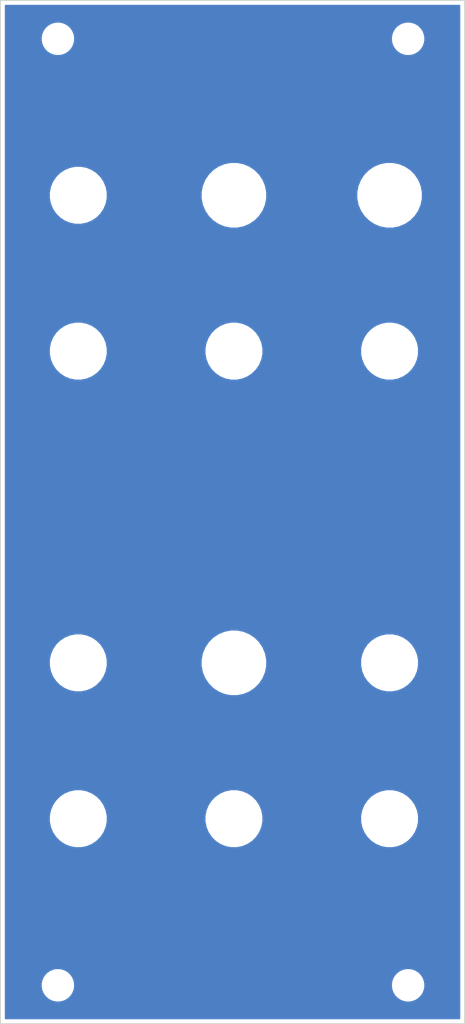
<source format=kicad_pcb>
(kicad_pcb (version 20171130) (host pcbnew 5.1.8-db9833491~88~ubuntu20.04.1)

  (general
    (thickness 1.6)
    (drawings 18)
    (tracks 0)
    (zones 0)
    (modules 16)
    (nets 1)
  )

  (page A4)
  (title_block
    (title oberwelle)
    (date 2020-11-29)
    (rev 01)
    (comment 1 "pcb for panel")
    (comment 2 "wave folder")
    (comment 4 "License CC BY 4.0 - Attribution 4.0 International")
  )

  (layers
    (0 F.Cu signal)
    (31 B.Cu signal)
    (32 B.Adhes user)
    (33 F.Adhes user)
    (34 B.Paste user)
    (35 F.Paste user)
    (36 B.SilkS user)
    (37 F.SilkS user)
    (38 B.Mask user)
    (39 F.Mask user)
    (40 Dwgs.User user)
    (41 Cmts.User user)
    (42 Eco1.User user)
    (43 Eco2.User user)
    (44 Edge.Cuts user)
    (45 Margin user)
    (46 B.CrtYd user)
    (47 F.CrtYd user)
    (48 B.Fab user)
    (49 F.Fab user)
  )

  (setup
    (last_trace_width 0.25)
    (trace_clearance 0.2)
    (zone_clearance 0.508)
    (zone_45_only no)
    (trace_min 0.2)
    (via_size 0.8)
    (via_drill 0.4)
    (via_min_size 0.4)
    (via_min_drill 0.3)
    (uvia_size 0.3)
    (uvia_drill 0.1)
    (uvias_allowed no)
    (uvia_min_size 0.2)
    (uvia_min_drill 0.1)
    (edge_width 0.05)
    (segment_width 0.2)
    (pcb_text_width 0.3)
    (pcb_text_size 1.5 1.5)
    (mod_edge_width 0.12)
    (mod_text_size 1 1)
    (mod_text_width 0.15)
    (pad_size 3.2 3.2)
    (pad_drill 3.2)
    (pad_to_mask_clearance 0.051)
    (solder_mask_min_width 0.25)
    (aux_axis_origin 0 0)
    (visible_elements FFFFFF7F)
    (pcbplotparams
      (layerselection 0x010fc_ffffffff)
      (usegerberextensions false)
      (usegerberattributes false)
      (usegerberadvancedattributes false)
      (creategerberjobfile false)
      (excludeedgelayer true)
      (linewidth 0.100000)
      (plotframeref false)
      (viasonmask false)
      (mode 1)
      (useauxorigin false)
      (hpglpennumber 1)
      (hpglpenspeed 20)
      (hpglpendiameter 15.000000)
      (psnegative false)
      (psa4output false)
      (plotreference true)
      (plotvalue true)
      (plotinvisibletext false)
      (padsonsilk false)
      (subtractmaskfromsilk false)
      (outputformat 1)
      (mirror false)
      (drillshape 0)
      (scaleselection 1)
      (outputdirectory "gerbers"))
  )

  (net 0 "")

  (net_class Default "This is the default net class."
    (clearance 0.2)
    (trace_width 0.25)
    (via_dia 0.8)
    (via_drill 0.4)
    (uvia_dia 0.3)
    (uvia_drill 0.1)
  )

  (module elektrophon:panel_potentiometer (layer F.Cu) (tedit 5EE650CE) (tstamp 5FB6940D)
    (at 55.88 50.8)
    (descr "Mounting Hole 8.4mm, no annular, M8")
    (tags "mounting hole 8.4mm no annular m8")
    (path /5FB72FDA)
    (attr virtual)
    (fp_text reference H13 (at 0 -9.4) (layer F.SilkS) hide
      (effects (font (size 1 1) (thickness 0.15)))
    )
    (fp_text value bottom_cv_atten (at 0 9.144) (layer F.Mask) hide
      (effects (font (size 2 1.4) (thickness 0.25)))
    )
    (fp_circle (center 0 0) (end 6.35 0) (layer Cmts.User) (width 0.15))
    (fp_circle (center 0 0) (end 6.6 0) (layer F.CrtYd) (width 0.05))
    (fp_text user %R (at 0.3 0) (layer F.Fab) hide
      (effects (font (size 1 1) (thickness 0.15)))
    )
    (pad "" np_thru_hole circle (at 0 0) (size 7.4 7.4) (drill 7.4) (layers *.Cu *.Mask))
    (model ${KIPRJMOD}/../../../lib/kicad/models/ALPHA-RD901F-40.step
      (offset (xyz 0 0.5 -12))
      (scale (xyz 1 1 1))
      (rotate (xyz 0 0 0))
    )
  )

  (module elektrophon:panel_jack (layer F.Cu) (tedit 5DA46DDA) (tstamp 5FB69405)
    (at 55.88 71.12)
    (descr "Mounting Hole 8.4mm, no annular, M8")
    (tags "mounting hole 8.4mm no annular m8")
    (path /5FB72FD4)
    (attr virtual)
    (fp_text reference H12 (at 0 -9.4) (layer F.SilkS) hide
      (effects (font (size 1 1) (thickness 0.15)))
    )
    (fp_text value middle_cv (at 0 9.144) (layer F.Mask) hide
      (effects (font (size 2 1.4) (thickness 0.25)))
    )
    (fp_circle (center 0 0) (end 4 0) (layer Cmts.User) (width 0.15))
    (fp_circle (center 0 0) (end 4.2 0) (layer F.CrtYd) (width 0.05))
    (fp_text user %R (at 0.3 0) (layer F.Fab) hide
      (effects (font (size 1 1) (thickness 0.15)))
    )
    (pad "" np_thru_hole circle (at 0 0) (size 6.4 6.4) (drill 6.4) (layers *.Cu *.Mask))
    (model "${KIPRJMOD}/../../../lib/kicad/models/PJ301M-12 Thonkiconn v0.2.stp"
      (offset (xyz 0 0.8 -10.5))
      (scale (xyz 1 1 1))
      (rotate (xyz 0 0 0))
    )
  )

  (module elektrophon:panel_jack (layer F.Cu) (tedit 5DA46DDA) (tstamp 5FB65D39)
    (at 76.2 132.08)
    (descr "Mounting Hole 8.4mm, no annular, M8")
    (tags "mounting hole 8.4mm no annular m8")
    (path /5FB6D88B)
    (attr virtual)
    (fp_text reference H11 (at 0 -9.4) (layer F.SilkS) hide
      (effects (font (size 1 1) (thickness 0.15)))
    )
    (fp_text value bottom_out_2 (at 0 9.144) (layer F.Mask) hide
      (effects (font (size 2 1.4) (thickness 0.25)))
    )
    (fp_circle (center 0 0) (end 4 0) (layer Cmts.User) (width 0.15))
    (fp_circle (center 0 0) (end 4.2 0) (layer F.CrtYd) (width 0.05))
    (fp_text user %R (at 0.3 0) (layer F.Fab) hide
      (effects (font (size 1 1) (thickness 0.15)))
    )
    (pad "" np_thru_hole circle (at 0 0) (size 6.4 6.4) (drill 6.4) (layers *.Cu *.Mask))
    (model "${KIPRJMOD}/../../../lib/kicad/models/PJ301M-12 Thonkiconn v0.2.stp"
      (offset (xyz 0 0.8 -10.5))
      (scale (xyz 1 1 1))
      (rotate (xyz 0 0 0))
    )
  )

  (module elektrophon:panel_jack (layer F.Cu) (tedit 5DA46DDA) (tstamp 5FB65D31)
    (at 76.2 111.76)
    (descr "Mounting Hole 8.4mm, no annular, M8")
    (tags "mounting hole 8.4mm no annular m8")
    (path /5FB6D885)
    (attr virtual)
    (fp_text reference H10 (at 0 -9.4) (layer F.SilkS) hide
      (effects (font (size 1 1) (thickness 0.15)))
    )
    (fp_text value bottom_out_1 (at 0 9.144) (layer F.Mask) hide
      (effects (font (size 2 1.4) (thickness 0.25)))
    )
    (fp_circle (center 0 0) (end 4 0) (layer Cmts.User) (width 0.15))
    (fp_circle (center 0 0) (end 4.2 0) (layer F.CrtYd) (width 0.05))
    (fp_text user %R (at 0.3 0) (layer F.Fab) hide
      (effects (font (size 1 1) (thickness 0.15)))
    )
    (pad "" np_thru_hole circle (at 0 0) (size 6.4 6.4) (drill 6.4) (layers *.Cu *.Mask))
    (model "${KIPRJMOD}/../../../lib/kicad/models/PJ301M-12 Thonkiconn v0.2.stp"
      (offset (xyz 0 0.8 -10.5))
      (scale (xyz 1 1 1))
      (rotate (xyz 0 0 0))
    )
  )

  (module elektrophon:panel_potentiometer (layer F.Cu) (tedit 5EE650CE) (tstamp 5FB65D29)
    (at 55.88 111.76)
    (descr "Mounting Hole 8.4mm, no annular, M8")
    (tags "mounting hole 8.4mm no annular m8")
    (path /5FB68E61)
    (attr virtual)
    (fp_text reference H9 (at 0 -9.4) (layer F.SilkS) hide
      (effects (font (size 1 1) (thickness 0.15)))
    )
    (fp_text value bottom_cv_initial (at 0 9.144) (layer F.Mask) hide
      (effects (font (size 2 1.4) (thickness 0.25)))
    )
    (fp_circle (center 0 0) (end 6.35 0) (layer Cmts.User) (width 0.15))
    (fp_circle (center 0 0) (end 6.6 0) (layer F.CrtYd) (width 0.05))
    (fp_text user %R (at 0.3 0) (layer F.Fab) hide
      (effects (font (size 1 1) (thickness 0.15)))
    )
    (pad "" np_thru_hole circle (at 0 0) (size 7.4 7.4) (drill 7.4) (layers *.Cu *.Mask))
    (model ${KIPRJMOD}/../../../lib/kicad/models/ALPHA-RD901F-40.step
      (offset (xyz 0 0.5 -12))
      (scale (xyz 1 1 1))
      (rotate (xyz 0 0 0))
    )
  )

  (module elektrophon:panel_jack (layer F.Cu) (tedit 5DA46DDA) (tstamp 5FB65D21)
    (at 35.56 132.08)
    (descr "Mounting Hole 8.4mm, no annular, M8")
    (tags "mounting hole 8.4mm no annular m8")
    (path /5FB6BF75)
    (attr virtual)
    (fp_text reference H8 (at 0 -9.4) (layer F.SilkS) hide
      (effects (font (size 1 1) (thickness 0.15)))
    )
    (fp_text value bottom_in_2 (at 0 9.144) (layer F.Mask) hide
      (effects (font (size 2 1.4) (thickness 0.25)))
    )
    (fp_circle (center 0 0) (end 4 0) (layer Cmts.User) (width 0.15))
    (fp_circle (center 0 0) (end 4.2 0) (layer F.CrtYd) (width 0.05))
    (fp_text user %R (at 0.3 0) (layer F.Fab) hide
      (effects (font (size 1 1) (thickness 0.15)))
    )
    (pad "" np_thru_hole circle (at 0 0) (size 6.4 6.4) (drill 6.4) (layers *.Cu *.Mask))
    (model "${KIPRJMOD}/../../../lib/kicad/models/PJ301M-12 Thonkiconn v0.2.stp"
      (offset (xyz 0 0.8 -10.5))
      (scale (xyz 1 1 1))
      (rotate (xyz 0 0 0))
    )
  )

  (module elektrophon:panel_jack (layer F.Cu) (tedit 5DA46DDA) (tstamp 5FB65D19)
    (at 35.56 111.76)
    (descr "Mounting Hole 8.4mm, no annular, M8")
    (tags "mounting hole 8.4mm no annular m8")
    (path /5FB6BF6F)
    (attr virtual)
    (fp_text reference H7 (at 0 -9.4) (layer F.SilkS) hide
      (effects (font (size 1 1) (thickness 0.15)))
    )
    (fp_text value bottom_in_1 (at 0 9.144) (layer F.Mask) hide
      (effects (font (size 2 1.4) (thickness 0.25)))
    )
    (fp_circle (center 0 0) (end 4 0) (layer Cmts.User) (width 0.15))
    (fp_circle (center 0 0) (end 4.2 0) (layer F.CrtYd) (width 0.05))
    (fp_text user %R (at 0.3 0) (layer F.Fab) hide
      (effects (font (size 1 1) (thickness 0.15)))
    )
    (pad "" np_thru_hole circle (at 0 0) (size 6.4 6.4) (drill 6.4) (layers *.Cu *.Mask))
    (model "${KIPRJMOD}/../../../lib/kicad/models/PJ301M-12 Thonkiconn v0.2.stp"
      (offset (xyz 0 0.8 -10.5))
      (scale (xyz 1 1 1))
      (rotate (xyz 0 0 0))
    )
  )

  (module elektrophon:panel_jack (layer F.Cu) (tedit 5DA46DDA) (tstamp 5FB65D09)
    (at 76.2 71.12)
    (descr "Mounting Hole 8.4mm, no annular, M8")
    (tags "mounting hole 8.4mm no annular m8")
    (path /5FB69B4A)
    (attr virtual)
    (fp_text reference H5 (at 0 -9.4) (layer F.SilkS) hide
      (effects (font (size 1 1) (thickness 0.15)))
    )
    (fp_text value middle_out_1 (at 0 9.144) (layer F.Mask) hide
      (effects (font (size 2 1.4) (thickness 0.25)))
    )
    (fp_circle (center 0 0) (end 4 0) (layer Cmts.User) (width 0.15))
    (fp_circle (center 0 0) (end 4.2 0) (layer F.CrtYd) (width 0.05))
    (fp_text user %R (at 0.3 0) (layer F.Fab) hide
      (effects (font (size 1 1) (thickness 0.15)))
    )
    (pad "" np_thru_hole circle (at 0 0) (size 6.4 6.4) (drill 6.4) (layers *.Cu *.Mask))
    (model "${KIPRJMOD}/../../../lib/kicad/models/PJ301M-12 Thonkiconn v0.2.stp"
      (offset (xyz 0 0.8 -10.5))
      (scale (xyz 1 1 1))
      (rotate (xyz 0 0 0))
    )
  )

  (module elektrophon:panel_potentiometer (layer F.Cu) (tedit 5EE650CE) (tstamp 5FB65D01)
    (at 76.2 50.8)
    (descr "Mounting Hole 8.4mm, no annular, M8")
    (tags "mounting hole 8.4mm no annular m8")
    (path /5FB691CA)
    (attr virtual)
    (fp_text reference H4 (at 0 -9.4) (layer F.SilkS) hide
      (effects (font (size 1 1) (thickness 0.15)))
    )
    (fp_text value middle_cv_initial (at 0 9.144) (layer F.Mask) hide
      (effects (font (size 2 1.4) (thickness 0.25)))
    )
    (fp_circle (center 0 0) (end 6.35 0) (layer Cmts.User) (width 0.15))
    (fp_circle (center 0 0) (end 6.6 0) (layer F.CrtYd) (width 0.05))
    (fp_text user %R (at 0.3 0) (layer F.Fab) hide
      (effects (font (size 1 1) (thickness 0.15)))
    )
    (pad "" np_thru_hole circle (at 0 0) (size 7.4 7.4) (drill 7.4) (layers *.Cu *.Mask))
    (model ${KIPRJMOD}/../../../lib/kicad/models/ALPHA-RD901F-40.step
      (offset (xyz 0 0.5 -12))
      (scale (xyz 1 1 1))
      (rotate (xyz 0 0 0))
    )
  )

  (module elektrophon:panel_jack (layer F.Cu) (tedit 5DA46DDA) (tstamp 5FB65CF9)
    (at 35.56 71.12)
    (descr "Mounting Hole 8.4mm, no annular, M8")
    (tags "mounting hole 8.4mm no annular m8")
    (path /5FB697A8)
    (attr virtual)
    (fp_text reference H3 (at 0 -9.4) (layer F.SilkS) hide
      (effects (font (size 1 1) (thickness 0.15)))
    )
    (fp_text value middle_in_2 (at 0 9.144) (layer F.Mask) hide
      (effects (font (size 2 1.4) (thickness 0.25)))
    )
    (fp_circle (center 0 0) (end 4 0) (layer Cmts.User) (width 0.15))
    (fp_circle (center 0 0) (end 4.2 0) (layer F.CrtYd) (width 0.05))
    (fp_text user %R (at 0.3 0) (layer F.Fab) hide
      (effects (font (size 1 1) (thickness 0.15)))
    )
    (pad "" np_thru_hole circle (at 0 0) (size 6.4 6.4) (drill 6.4) (layers *.Cu *.Mask))
    (model "${KIPRJMOD}/../../../lib/kicad/models/PJ301M-12 Thonkiconn v0.2.stp"
      (offset (xyz 0 0.8 -10.5))
      (scale (xyz 1 1 1))
      (rotate (xyz 0 0 0))
    )
  )

  (module elektrophon:panel_jack (layer F.Cu) (tedit 5DA46DDA) (tstamp 5FB65CF1)
    (at 35.56 50.8)
    (descr "Mounting Hole 8.4mm, no annular, M8")
    (tags "mounting hole 8.4mm no annular m8")
    (path /5FB69435)
    (attr virtual)
    (fp_text reference H2 (at 0 -9.4) (layer F.SilkS) hide
      (effects (font (size 1 1) (thickness 0.15)))
    )
    (fp_text value middle_in_1 (at 0 9.144) (layer F.Mask) hide
      (effects (font (size 2 1.4) (thickness 0.25)))
    )
    (fp_circle (center 0 0) (end 4 0) (layer Cmts.User) (width 0.15))
    (fp_circle (center 0 0) (end 4.2 0) (layer F.CrtYd) (width 0.05))
    (fp_text user %R (at 0.3 0) (layer F.Fab) hide
      (effects (font (size 1 1) (thickness 0.15)))
    )
    (pad "" np_thru_hole circle (at 0 0) (size 6.4 6.4) (drill 6.4) (layers *.Cu *.Mask))
    (model "${KIPRJMOD}/../../../lib/kicad/models/PJ301M-12 Thonkiconn v0.2.stp"
      (offset (xyz 0 0.8 -10.5))
      (scale (xyz 1 1 1))
      (rotate (xyz 0 0 0))
    )
  )

  (module MountingHole:MountingHole_3.2mm_M3 (layer F.Cu) (tedit 56D1B4CB) (tstamp 5D74B48D)
    (at 78.62 153.8)
    (descr "Mounting Hole 3.2mm, no annular, M3")
    (tags "mounting hole 3.2mm no annular m3")
    (path /5D74E67C)
    (attr virtual)
    (fp_text reference H19 (at 0 -4.2) (layer F.SilkS) hide
      (effects (font (size 1 1) (thickness 0.15)))
    )
    (fp_text value MountingHole (at 0 4.2) (layer F.Fab) hide
      (effects (font (size 1 1) (thickness 0.15)))
    )
    (fp_circle (center 0 0) (end 3.45 0) (layer F.CrtYd) (width 0.05))
    (fp_circle (center 0 0) (end 3.2 0) (layer Cmts.User) (width 0.15))
    (fp_text user %R (at 0.3 0) (layer F.Fab) hide
      (effects (font (size 1 1) (thickness 0.15)))
    )
    (pad 1 np_thru_hole circle (at 0 0) (size 3.2 3.2) (drill 3.2) (layers *.Cu *.Mask))
  )

  (module MountingHole:MountingHole_3.2mm_M3 (layer F.Cu) (tedit 56D1B4CB) (tstamp 5D74B485)
    (at 32.9 30.4)
    (descr "Mounting Hole 3.2mm, no annular, M3")
    (tags "mounting hole 3.2mm no annular m3")
    (path /5D74E4E8)
    (attr virtual)
    (fp_text reference H18 (at 0 -4.2) (layer F.SilkS) hide
      (effects (font (size 1 1) (thickness 0.15)))
    )
    (fp_text value MountingHole (at 0 4.2) (layer F.Fab) hide
      (effects (font (size 1 1) (thickness 0.15)))
    )
    (fp_circle (center 0 0) (end 3.45 0) (layer F.CrtYd) (width 0.05))
    (fp_circle (center 0 0) (end 3.2 0) (layer Cmts.User) (width 0.15))
    (fp_text user %R (at 0.3 0) (layer F.Fab) hide
      (effects (font (size 1 1) (thickness 0.15)))
    )
    (pad 1 np_thru_hole circle (at 0 0) (size 3.2 3.2) (drill 3.2) (layers *.Cu *.Mask))
  )

  (module MountingHole:MountingHole_3.2mm_M3 (layer F.Cu) (tedit 56D1B4CB) (tstamp 5D74B47D)
    (at 32.9 153.8)
    (descr "Mounting Hole 3.2mm, no annular, M3")
    (tags "mounting hole 3.2mm no annular m3")
    (path /5D74E339)
    (attr virtual)
    (fp_text reference H17 (at 0 -4.2) (layer F.SilkS) hide
      (effects (font (size 1 1) (thickness 0.15)))
    )
    (fp_text value MountingHole (at 0 4.2) (layer F.Fab) hide
      (effects (font (size 1 1) (thickness 0.15)))
    )
    (fp_circle (center 0 0) (end 3.45 0) (layer F.CrtYd) (width 0.05))
    (fp_circle (center 0 0) (end 3.2 0) (layer Cmts.User) (width 0.15))
    (fp_text user %R (at 0.3 0) (layer F.Fab) hide
      (effects (font (size 1 1) (thickness 0.15)))
    )
    (pad 1 np_thru_hole circle (at 0 0) (size 3.2 3.2) (drill 3.2) (layers *.Cu *.Mask))
  )

  (module MountingHole:MountingHole_3.2mm_M3 (layer F.Cu) (tedit 56D1B4CB) (tstamp 5D74B475)
    (at 78.62 30.4)
    (descr "Mounting Hole 3.2mm, no annular, M3")
    (tags "mounting hole 3.2mm no annular m3")
    (path /5D74E286)
    (attr virtual)
    (fp_text reference H16 (at 0 -4.2) (layer F.SilkS) hide
      (effects (font (size 1 1) (thickness 0.15)))
    )
    (fp_text value MountingHole (at 0 4.2) (layer F.Fab) hide
      (effects (font (size 1 1) (thickness 0.15)))
    )
    (fp_circle (center 0 0) (end 3.45 0) (layer F.CrtYd) (width 0.05))
    (fp_circle (center 0 0) (end 3.2 0) (layer Cmts.User) (width 0.15))
    (fp_text user %R (at 0.3 0) (layer F.Fab) hide
      (effects (font (size 1 1) (thickness 0.15)))
    )
    (pad 1 np_thru_hole circle (at 0 0) (size 3.2 3.2) (drill 3.2) (layers *.Cu *.Mask))
  )

  (module elektrophon:panel_jack (layer F.Cu) (tedit 5DA46DDA) (tstamp 5D74AE15)
    (at 55.88 132.08)
    (descr "Mounting Hole 8.4mm, no annular, M8")
    (tags "mounting hole 8.4mm no annular m8")
    (path /5D742005)
    (attr virtual)
    (fp_text reference H1 (at 0 -9.4) (layer F.SilkS) hide
      (effects (font (size 1 1) (thickness 0.15)))
    )
    (fp_text value bottom_cv (at 0 9.144) (layer F.Mask) hide
      (effects (font (size 2 1.4) (thickness 0.25)))
    )
    (fp_circle (center 0 0) (end 4.2 0) (layer F.CrtYd) (width 0.05))
    (fp_circle (center 0 0) (end 4 0) (layer Cmts.User) (width 0.15))
    (fp_text user %R (at 0.3 0) (layer F.Fab) hide
      (effects (font (size 1 1) (thickness 0.15)))
    )
    (pad "" np_thru_hole circle (at 0 0) (size 6.4 6.4) (drill 6.4) (layers *.Cu *.Mask))
    (model "${KIPRJMOD}/../../../lib/kicad/models/PJ301M-12 Thonkiconn v0.2.stp"
      (offset (xyz 0 0.8 -10.5))
      (scale (xyz 1 1 1))
      (rotate (xyz 0 0 0))
    )
  )

  (gr_text initial (at 55.88 120.904) (layer F.Mask) (tstamp 5FC90D2B)
    (effects (font (size 2 1.4) (thickness 0.25)))
  )
  (gr_text in (at 35.56 141.224) (layer F.Mask) (tstamp 5FC39A2D)
    (effects (font (size 2 1.4) (thickness 0.25)))
  )
  (gr_line (start 55.88 50.8) (end 55.88 71.12) (layer F.Mask) (width 0.25))
  (gr_text out (at 76.2 141.224) (layer F.Mask) (tstamp 5F957787)
    (effects (font (size 2 1.4) (thickness 0.25)))
  )
  (gr_text cv (at 55.88 141.224) (layer F.Mask) (tstamp 5F957787)
    (effects (font (size 2 1.4) (thickness 0.25)))
  )
  (gr_text initial (at 76.2 59.944) (layer F.Mask) (tstamp 5F957762)
    (effects (font (size 2 1.4) (thickness 0.25)))
  )
  (gr_text out (at 76.2 80.264) (layer F.Mask) (tstamp 5F95771C)
    (effects (font (size 2 1.4) (thickness 0.25)))
  )
  (gr_text out (at 76.2 120.904) (layer F.Mask) (tstamp 5F9576EA)
    (effects (font (size 2 1.4) (thickness 0.25)))
  )
  (gr_text in (at 35.56 120.904) (layer F.Mask) (tstamp 5F9576C8)
    (effects (font (size 2 1.4) (thickness 0.25)))
  )
  (gr_text in (at 35.56 80.264) (layer F.Mask) (tstamp 5F9576A5)
    (effects (font (size 2 1.4) (thickness 0.25)))
  )
  (gr_text in (at 35.56 59.944) (layer F.Mask) (tstamp 5F957679)
    (effects (font (size 2 1.4) (thickness 0.25)))
  )
  (gr_text cv (at 55.88 80.264) (layer F.Mask)
    (effects (font (size 2 1.4) (thickness 0.25)))
  )
  (gr_text R01 (at 70 153.8) (layer F.Cu)
    (effects (font (size 2 1.4) (thickness 0.25)))
  )
  (gr_text oberwelle (at 55.88 30.48) (layer F.Mask)
    (effects (font (size 3 3) (thickness 0.35)))
  )
  (gr_line (start 86 158.8) (end 25.4 158.8) (layer Edge.Cuts) (width 0.12))
  (gr_line (start 86 25.4) (end 86 158.8) (layer Edge.Cuts) (width 0.12))
  (gr_line (start 25.4 25.4) (end 25.4 158.8) (layer Edge.Cuts) (width 0.12))
  (gr_line (start 25.4 25.4) (end 86 25.4) (layer Edge.Cuts) (width 0.12))

  (zone (net 0) (net_name "") (layer B.Cu) (tstamp 0) (hatch edge 0.508)
    (connect_pads (clearance 0.508))
    (min_thickness 0.254)
    (fill yes (arc_segments 32) (thermal_gap 0.508) (thermal_bridge_width 0.508))
    (polygon
      (pts
        (xy 85.852 158.496) (xy 25.4 158.496) (xy 25.4 25.4) (xy 85.852 25.4)
      )
    )
    (filled_polygon
      (pts
        (xy 85.305001 158.105) (xy 26.095 158.105) (xy 26.095 153.579872) (xy 30.665 153.579872) (xy 30.665 154.020128)
        (xy 30.75089 154.451925) (xy 30.919369 154.858669) (xy 31.163962 155.224729) (xy 31.475271 155.536038) (xy 31.841331 155.780631)
        (xy 32.248075 155.94911) (xy 32.679872 156.035) (xy 33.120128 156.035) (xy 33.551925 155.94911) (xy 33.958669 155.780631)
        (xy 34.324729 155.536038) (xy 34.636038 155.224729) (xy 34.880631 154.858669) (xy 35.04911 154.451925) (xy 35.135 154.020128)
        (xy 35.135 153.579872) (xy 76.385 153.579872) (xy 76.385 154.020128) (xy 76.47089 154.451925) (xy 76.639369 154.858669)
        (xy 76.883962 155.224729) (xy 77.195271 155.536038) (xy 77.561331 155.780631) (xy 77.968075 155.94911) (xy 78.399872 156.035)
        (xy 78.840128 156.035) (xy 79.271925 155.94911) (xy 79.678669 155.780631) (xy 80.044729 155.536038) (xy 80.356038 155.224729)
        (xy 80.600631 154.858669) (xy 80.76911 154.451925) (xy 80.855 154.020128) (xy 80.855 153.579872) (xy 80.76911 153.148075)
        (xy 80.600631 152.741331) (xy 80.356038 152.375271) (xy 80.044729 152.063962) (xy 79.678669 151.819369) (xy 79.271925 151.65089)
        (xy 78.840128 151.565) (xy 78.399872 151.565) (xy 77.968075 151.65089) (xy 77.561331 151.819369) (xy 77.195271 152.063962)
        (xy 76.883962 152.375271) (xy 76.639369 152.741331) (xy 76.47089 153.148075) (xy 76.385 153.579872) (xy 35.135 153.579872)
        (xy 35.04911 153.148075) (xy 34.880631 152.741331) (xy 34.636038 152.375271) (xy 34.324729 152.063962) (xy 33.958669 151.819369)
        (xy 33.551925 151.65089) (xy 33.120128 151.565) (xy 32.679872 151.565) (xy 32.248075 151.65089) (xy 31.841331 151.819369)
        (xy 31.475271 152.063962) (xy 31.163962 152.375271) (xy 30.919369 152.741331) (xy 30.75089 153.148075) (xy 30.665 153.579872)
        (xy 26.095 153.579872) (xy 26.095 131.702285) (xy 31.725 131.702285) (xy 31.725 132.457715) (xy 31.872377 133.198628)
        (xy 32.161467 133.896554) (xy 32.581161 134.52467) (xy 33.11533 135.058839) (xy 33.743446 135.478533) (xy 34.441372 135.767623)
        (xy 35.182285 135.915) (xy 35.937715 135.915) (xy 36.678628 135.767623) (xy 37.376554 135.478533) (xy 38.00467 135.058839)
        (xy 38.538839 134.52467) (xy 38.958533 133.896554) (xy 39.247623 133.198628) (xy 39.395 132.457715) (xy 39.395 131.702285)
        (xy 52.045 131.702285) (xy 52.045 132.457715) (xy 52.192377 133.198628) (xy 52.481467 133.896554) (xy 52.901161 134.52467)
        (xy 53.43533 135.058839) (xy 54.063446 135.478533) (xy 54.761372 135.767623) (xy 55.502285 135.915) (xy 56.257715 135.915)
        (xy 56.998628 135.767623) (xy 57.696554 135.478533) (xy 58.32467 135.058839) (xy 58.858839 134.52467) (xy 59.278533 133.896554)
        (xy 59.567623 133.198628) (xy 59.715 132.457715) (xy 59.715 131.702285) (xy 72.365 131.702285) (xy 72.365 132.457715)
        (xy 72.512377 133.198628) (xy 72.801467 133.896554) (xy 73.221161 134.52467) (xy 73.75533 135.058839) (xy 74.383446 135.478533)
        (xy 75.081372 135.767623) (xy 75.822285 135.915) (xy 76.577715 135.915) (xy 77.318628 135.767623) (xy 78.016554 135.478533)
        (xy 78.64467 135.058839) (xy 79.178839 134.52467) (xy 79.598533 133.896554) (xy 79.887623 133.198628) (xy 80.035 132.457715)
        (xy 80.035 131.702285) (xy 79.887623 130.961372) (xy 79.598533 130.263446) (xy 79.178839 129.63533) (xy 78.64467 129.101161)
        (xy 78.016554 128.681467) (xy 77.318628 128.392377) (xy 76.577715 128.245) (xy 75.822285 128.245) (xy 75.081372 128.392377)
        (xy 74.383446 128.681467) (xy 73.75533 129.101161) (xy 73.221161 129.63533) (xy 72.801467 130.263446) (xy 72.512377 130.961372)
        (xy 72.365 131.702285) (xy 59.715 131.702285) (xy 59.567623 130.961372) (xy 59.278533 130.263446) (xy 58.858839 129.63533)
        (xy 58.32467 129.101161) (xy 57.696554 128.681467) (xy 56.998628 128.392377) (xy 56.257715 128.245) (xy 55.502285 128.245)
        (xy 54.761372 128.392377) (xy 54.063446 128.681467) (xy 53.43533 129.101161) (xy 52.901161 129.63533) (xy 52.481467 130.263446)
        (xy 52.192377 130.961372) (xy 52.045 131.702285) (xy 39.395 131.702285) (xy 39.247623 130.961372) (xy 38.958533 130.263446)
        (xy 38.538839 129.63533) (xy 38.00467 129.101161) (xy 37.376554 128.681467) (xy 36.678628 128.392377) (xy 35.937715 128.245)
        (xy 35.182285 128.245) (xy 34.441372 128.392377) (xy 33.743446 128.681467) (xy 33.11533 129.101161) (xy 32.581161 129.63533)
        (xy 32.161467 130.263446) (xy 31.872377 130.961372) (xy 31.725 131.702285) (xy 26.095 131.702285) (xy 26.095 111.382285)
        (xy 31.725 111.382285) (xy 31.725 112.137715) (xy 31.872377 112.878628) (xy 32.161467 113.576554) (xy 32.581161 114.20467)
        (xy 33.11533 114.738839) (xy 33.743446 115.158533) (xy 34.441372 115.447623) (xy 35.182285 115.595) (xy 35.937715 115.595)
        (xy 36.678628 115.447623) (xy 37.376554 115.158533) (xy 38.00467 114.738839) (xy 38.538839 114.20467) (xy 38.958533 113.576554)
        (xy 39.247623 112.878628) (xy 39.395 112.137715) (xy 39.395 111.382285) (xy 39.385205 111.33304) (xy 51.545 111.33304)
        (xy 51.545 112.18696) (xy 51.711592 113.024473) (xy 52.038373 113.813392) (xy 52.512786 114.523401) (xy 53.116599 115.127214)
        (xy 53.826608 115.601627) (xy 54.615527 115.928408) (xy 55.45304 116.095) (xy 56.30696 116.095) (xy 57.144473 115.928408)
        (xy 57.933392 115.601627) (xy 58.643401 115.127214) (xy 59.247214 114.523401) (xy 59.721627 113.813392) (xy 60.048408 113.024473)
        (xy 60.215 112.18696) (xy 60.215 111.382285) (xy 72.365 111.382285) (xy 72.365 112.137715) (xy 72.512377 112.878628)
        (xy 72.801467 113.576554) (xy 73.221161 114.20467) (xy 73.75533 114.738839) (xy 74.383446 115.158533) (xy 75.081372 115.447623)
        (xy 75.822285 115.595) (xy 76.577715 115.595) (xy 77.318628 115.447623) (xy 78.016554 115.158533) (xy 78.64467 114.738839)
        (xy 79.178839 114.20467) (xy 79.598533 113.576554) (xy 79.887623 112.878628) (xy 80.035 112.137715) (xy 80.035 111.382285)
        (xy 79.887623 110.641372) (xy 79.598533 109.943446) (xy 79.178839 109.31533) (xy 78.64467 108.781161) (xy 78.016554 108.361467)
        (xy 77.318628 108.072377) (xy 76.577715 107.925) (xy 75.822285 107.925) (xy 75.081372 108.072377) (xy 74.383446 108.361467)
        (xy 73.75533 108.781161) (xy 73.221161 109.31533) (xy 72.801467 109.943446) (xy 72.512377 110.641372) (xy 72.365 111.382285)
        (xy 60.215 111.382285) (xy 60.215 111.33304) (xy 60.048408 110.495527) (xy 59.721627 109.706608) (xy 59.247214 108.996599)
        (xy 58.643401 108.392786) (xy 57.933392 107.918373) (xy 57.144473 107.591592) (xy 56.30696 107.425) (xy 55.45304 107.425)
        (xy 54.615527 107.591592) (xy 53.826608 107.918373) (xy 53.116599 108.392786) (xy 52.512786 108.996599) (xy 52.038373 109.706608)
        (xy 51.711592 110.495527) (xy 51.545 111.33304) (xy 39.385205 111.33304) (xy 39.247623 110.641372) (xy 38.958533 109.943446)
        (xy 38.538839 109.31533) (xy 38.00467 108.781161) (xy 37.376554 108.361467) (xy 36.678628 108.072377) (xy 35.937715 107.925)
        (xy 35.182285 107.925) (xy 34.441372 108.072377) (xy 33.743446 108.361467) (xy 33.11533 108.781161) (xy 32.581161 109.31533)
        (xy 32.161467 109.943446) (xy 31.872377 110.641372) (xy 31.725 111.382285) (xy 26.095 111.382285) (xy 26.095 70.742285)
        (xy 31.725 70.742285) (xy 31.725 71.497715) (xy 31.872377 72.238628) (xy 32.161467 72.936554) (xy 32.581161 73.56467)
        (xy 33.11533 74.098839) (xy 33.743446 74.518533) (xy 34.441372 74.807623) (xy 35.182285 74.955) (xy 35.937715 74.955)
        (xy 36.678628 74.807623) (xy 37.376554 74.518533) (xy 38.00467 74.098839) (xy 38.538839 73.56467) (xy 38.958533 72.936554)
        (xy 39.247623 72.238628) (xy 39.395 71.497715) (xy 39.395 70.742285) (xy 52.045 70.742285) (xy 52.045 71.497715)
        (xy 52.192377 72.238628) (xy 52.481467 72.936554) (xy 52.901161 73.56467) (xy 53.43533 74.098839) (xy 54.063446 74.518533)
        (xy 54.761372 74.807623) (xy 55.502285 74.955) (xy 56.257715 74.955) (xy 56.998628 74.807623) (xy 57.696554 74.518533)
        (xy 58.32467 74.098839) (xy 58.858839 73.56467) (xy 59.278533 72.936554) (xy 59.567623 72.238628) (xy 59.715 71.497715)
        (xy 59.715 70.742285) (xy 72.365 70.742285) (xy 72.365 71.497715) (xy 72.512377 72.238628) (xy 72.801467 72.936554)
        (xy 73.221161 73.56467) (xy 73.75533 74.098839) (xy 74.383446 74.518533) (xy 75.081372 74.807623) (xy 75.822285 74.955)
        (xy 76.577715 74.955) (xy 77.318628 74.807623) (xy 78.016554 74.518533) (xy 78.64467 74.098839) (xy 79.178839 73.56467)
        (xy 79.598533 72.936554) (xy 79.887623 72.238628) (xy 80.035 71.497715) (xy 80.035 70.742285) (xy 79.887623 70.001372)
        (xy 79.598533 69.303446) (xy 79.178839 68.67533) (xy 78.64467 68.141161) (xy 78.016554 67.721467) (xy 77.318628 67.432377)
        (xy 76.577715 67.285) (xy 75.822285 67.285) (xy 75.081372 67.432377) (xy 74.383446 67.721467) (xy 73.75533 68.141161)
        (xy 73.221161 68.67533) (xy 72.801467 69.303446) (xy 72.512377 70.001372) (xy 72.365 70.742285) (xy 59.715 70.742285)
        (xy 59.567623 70.001372) (xy 59.278533 69.303446) (xy 58.858839 68.67533) (xy 58.32467 68.141161) (xy 57.696554 67.721467)
        (xy 56.998628 67.432377) (xy 56.257715 67.285) (xy 55.502285 67.285) (xy 54.761372 67.432377) (xy 54.063446 67.721467)
        (xy 53.43533 68.141161) (xy 52.901161 68.67533) (xy 52.481467 69.303446) (xy 52.192377 70.001372) (xy 52.045 70.742285)
        (xy 39.395 70.742285) (xy 39.247623 70.001372) (xy 38.958533 69.303446) (xy 38.538839 68.67533) (xy 38.00467 68.141161)
        (xy 37.376554 67.721467) (xy 36.678628 67.432377) (xy 35.937715 67.285) (xy 35.182285 67.285) (xy 34.441372 67.432377)
        (xy 33.743446 67.721467) (xy 33.11533 68.141161) (xy 32.581161 68.67533) (xy 32.161467 69.303446) (xy 31.872377 70.001372)
        (xy 31.725 70.742285) (xy 26.095 70.742285) (xy 26.095 50.422285) (xy 31.725 50.422285) (xy 31.725 51.177715)
        (xy 31.872377 51.918628) (xy 32.161467 52.616554) (xy 32.581161 53.24467) (xy 33.11533 53.778839) (xy 33.743446 54.198533)
        (xy 34.441372 54.487623) (xy 35.182285 54.635) (xy 35.937715 54.635) (xy 36.678628 54.487623) (xy 37.376554 54.198533)
        (xy 38.00467 53.778839) (xy 38.538839 53.24467) (xy 38.958533 52.616554) (xy 39.247623 51.918628) (xy 39.395 51.177715)
        (xy 39.395 50.422285) (xy 39.385205 50.37304) (xy 51.545 50.37304) (xy 51.545 51.22696) (xy 51.711592 52.064473)
        (xy 52.038373 52.853392) (xy 52.512786 53.563401) (xy 53.116599 54.167214) (xy 53.826608 54.641627) (xy 54.615527 54.968408)
        (xy 55.45304 55.135) (xy 56.30696 55.135) (xy 57.144473 54.968408) (xy 57.933392 54.641627) (xy 58.643401 54.167214)
        (xy 59.247214 53.563401) (xy 59.721627 52.853392) (xy 60.048408 52.064473) (xy 60.215 51.22696) (xy 60.215 50.37304)
        (xy 71.865 50.37304) (xy 71.865 51.22696) (xy 72.031592 52.064473) (xy 72.358373 52.853392) (xy 72.832786 53.563401)
        (xy 73.436599 54.167214) (xy 74.146608 54.641627) (xy 74.935527 54.968408) (xy 75.77304 55.135) (xy 76.62696 55.135)
        (xy 77.464473 54.968408) (xy 78.253392 54.641627) (xy 78.963401 54.167214) (xy 79.567214 53.563401) (xy 80.041627 52.853392)
        (xy 80.368408 52.064473) (xy 80.535 51.22696) (xy 80.535 50.37304) (xy 80.368408 49.535527) (xy 80.041627 48.746608)
        (xy 79.567214 48.036599) (xy 78.963401 47.432786) (xy 78.253392 46.958373) (xy 77.464473 46.631592) (xy 76.62696 46.465)
        (xy 75.77304 46.465) (xy 74.935527 46.631592) (xy 74.146608 46.958373) (xy 73.436599 47.432786) (xy 72.832786 48.036599)
        (xy 72.358373 48.746608) (xy 72.031592 49.535527) (xy 71.865 50.37304) (xy 60.215 50.37304) (xy 60.048408 49.535527)
        (xy 59.721627 48.746608) (xy 59.247214 48.036599) (xy 58.643401 47.432786) (xy 57.933392 46.958373) (xy 57.144473 46.631592)
        (xy 56.30696 46.465) (xy 55.45304 46.465) (xy 54.615527 46.631592) (xy 53.826608 46.958373) (xy 53.116599 47.432786)
        (xy 52.512786 48.036599) (xy 52.038373 48.746608) (xy 51.711592 49.535527) (xy 51.545 50.37304) (xy 39.385205 50.37304)
        (xy 39.247623 49.681372) (xy 38.958533 48.983446) (xy 38.538839 48.35533) (xy 38.00467 47.821161) (xy 37.376554 47.401467)
        (xy 36.678628 47.112377) (xy 35.937715 46.965) (xy 35.182285 46.965) (xy 34.441372 47.112377) (xy 33.743446 47.401467)
        (xy 33.11533 47.821161) (xy 32.581161 48.35533) (xy 32.161467 48.983446) (xy 31.872377 49.681372) (xy 31.725 50.422285)
        (xy 26.095 50.422285) (xy 26.095 30.179872) (xy 30.665 30.179872) (xy 30.665 30.620128) (xy 30.75089 31.051925)
        (xy 30.919369 31.458669) (xy 31.163962 31.824729) (xy 31.475271 32.136038) (xy 31.841331 32.380631) (xy 32.248075 32.54911)
        (xy 32.679872 32.635) (xy 33.120128 32.635) (xy 33.551925 32.54911) (xy 33.958669 32.380631) (xy 34.324729 32.136038)
        (xy 34.636038 31.824729) (xy 34.880631 31.458669) (xy 35.04911 31.051925) (xy 35.135 30.620128) (xy 35.135 30.179872)
        (xy 76.385 30.179872) (xy 76.385 30.620128) (xy 76.47089 31.051925) (xy 76.639369 31.458669) (xy 76.883962 31.824729)
        (xy 77.195271 32.136038) (xy 77.561331 32.380631) (xy 77.968075 32.54911) (xy 78.399872 32.635) (xy 78.840128 32.635)
        (xy 79.271925 32.54911) (xy 79.678669 32.380631) (xy 80.044729 32.136038) (xy 80.356038 31.824729) (xy 80.600631 31.458669)
        (xy 80.76911 31.051925) (xy 80.855 30.620128) (xy 80.855 30.179872) (xy 80.76911 29.748075) (xy 80.600631 29.341331)
        (xy 80.356038 28.975271) (xy 80.044729 28.663962) (xy 79.678669 28.419369) (xy 79.271925 28.25089) (xy 78.840128 28.165)
        (xy 78.399872 28.165) (xy 77.968075 28.25089) (xy 77.561331 28.419369) (xy 77.195271 28.663962) (xy 76.883962 28.975271)
        (xy 76.639369 29.341331) (xy 76.47089 29.748075) (xy 76.385 30.179872) (xy 35.135 30.179872) (xy 35.04911 29.748075)
        (xy 34.880631 29.341331) (xy 34.636038 28.975271) (xy 34.324729 28.663962) (xy 33.958669 28.419369) (xy 33.551925 28.25089)
        (xy 33.120128 28.165) (xy 32.679872 28.165) (xy 32.248075 28.25089) (xy 31.841331 28.419369) (xy 31.475271 28.663962)
        (xy 31.163962 28.975271) (xy 30.919369 29.341331) (xy 30.75089 29.748075) (xy 30.665 30.179872) (xy 26.095 30.179872)
        (xy 26.095 26.095) (xy 85.305 26.095)
      )
    )
  )
)

</source>
